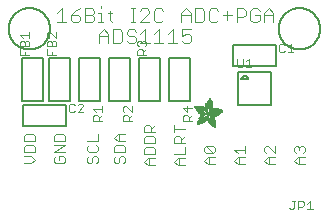
<source format=gbr>
G04 EAGLE Gerber RS-274X export*
G75*
%MOMM*%
%FSLAX34Y34*%
%LPD*%
%INSilkscreen Top*%
%IPPOS*%
%AMOC8*
5,1,8,0,0,1.08239X$1,22.5*%
G01*
%ADD10C,0.076200*%
%ADD11C,0.101600*%
%ADD12C,0.203200*%
%ADD13C,0.127000*%
%ADD14C,0.152400*%
%ADD15R,0.034300X0.003800*%
%ADD16R,0.057200X0.003800*%
%ADD17R,0.076200X0.003800*%
%ADD18R,0.091400X0.003800*%
%ADD19R,0.102900X0.003800*%
%ADD20R,0.114300X0.003900*%
%ADD21R,0.129500X0.003800*%
%ADD22R,0.137200X0.003800*%
%ADD23R,0.144800X0.003800*%
%ADD24R,0.152400X0.003800*%
%ADD25R,0.160000X0.003800*%
%ADD26R,0.171500X0.003800*%
%ADD27R,0.175300X0.003800*%
%ADD28R,0.182900X0.003800*%
%ADD29R,0.190500X0.003800*%
%ADD30R,0.194300X0.003900*%
%ADD31R,0.201900X0.003800*%
%ADD32R,0.209500X0.003800*%
%ADD33R,0.213400X0.003800*%
%ADD34R,0.221000X0.003800*%
%ADD35R,0.224800X0.003800*%
%ADD36R,0.232400X0.003800*%
%ADD37R,0.240000X0.003800*%
%ADD38R,0.243800X0.003800*%
%ADD39R,0.247600X0.003800*%
%ADD40R,0.255300X0.003900*%
%ADD41R,0.259100X0.003800*%
%ADD42R,0.262900X0.003800*%
%ADD43R,0.270500X0.003800*%
%ADD44R,0.274300X0.003800*%
%ADD45R,0.281900X0.003800*%
%ADD46R,0.285700X0.003800*%
%ADD47R,0.289500X0.003800*%
%ADD48R,0.297200X0.003800*%
%ADD49R,0.301000X0.003800*%
%ADD50R,0.304800X0.003900*%
%ADD51R,0.312400X0.003800*%
%ADD52R,0.316200X0.003800*%
%ADD53R,0.320000X0.003800*%
%ADD54R,0.327600X0.003800*%
%ADD55R,0.331500X0.003800*%
%ADD56R,0.339100X0.003800*%
%ADD57R,0.342900X0.003800*%
%ADD58R,0.346700X0.003800*%
%ADD59R,0.354300X0.003800*%
%ADD60R,0.358100X0.003900*%
%ADD61R,0.361900X0.003800*%
%ADD62R,0.369600X0.003800*%
%ADD63R,0.373400X0.003800*%
%ADD64R,0.377200X0.003800*%
%ADD65R,0.384800X0.003800*%
%ADD66R,0.388600X0.003800*%
%ADD67R,0.396200X0.003800*%
%ADD68R,0.400000X0.003800*%
%ADD69R,0.403800X0.003800*%
%ADD70R,0.411500X0.003900*%
%ADD71R,0.415300X0.003800*%
%ADD72R,0.419100X0.003800*%
%ADD73R,0.045700X0.003800*%
%ADD74R,0.426700X0.003800*%
%ADD75R,0.072400X0.003800*%
%ADD76R,0.430500X0.003800*%
%ADD77R,0.095300X0.003800*%
%ADD78R,0.438100X0.003800*%
%ADD79R,0.110500X0.003800*%
%ADD80R,0.441900X0.003800*%
%ADD81R,0.445800X0.003800*%
%ADD82R,0.144700X0.003800*%
%ADD83R,0.453400X0.003800*%
%ADD84R,0.457200X0.003800*%
%ADD85R,0.175300X0.003900*%
%ADD86R,0.461000X0.003900*%
%ADD87R,0.468600X0.003800*%
%ADD88R,0.205800X0.003800*%
%ADD89R,0.472400X0.003800*%
%ADD90R,0.217200X0.003800*%
%ADD91R,0.476200X0.003800*%
%ADD92R,0.483900X0.003800*%
%ADD93R,0.247700X0.003800*%
%ADD94R,0.487700X0.003800*%
%ADD95R,0.495300X0.003800*%
%ADD96R,0.499100X0.003800*%
%ADD97R,0.502900X0.003800*%
%ADD98R,0.510500X0.003800*%
%ADD99R,0.308600X0.003900*%
%ADD100R,0.514300X0.003900*%
%ADD101R,0.323800X0.003800*%
%ADD102R,0.518100X0.003800*%
%ADD103R,0.335300X0.003800*%
%ADD104R,0.525800X0.003800*%
%ADD105R,0.529600X0.003800*%
%ADD106R,0.358100X0.003800*%
%ADD107R,0.533400X0.003800*%
%ADD108R,0.537200X0.003800*%
%ADD109R,0.381000X0.003800*%
%ADD110R,0.544800X0.003800*%
%ADD111R,0.392400X0.003800*%
%ADD112R,0.548600X0.003800*%
%ADD113R,0.552400X0.003800*%
%ADD114R,0.556200X0.003800*%
%ADD115R,0.422900X0.003900*%
%ADD116R,0.560100X0.003900*%
%ADD117R,0.434300X0.003800*%
%ADD118R,0.563900X0.003800*%
%ADD119R,0.567700X0.003800*%
%ADD120R,0.461000X0.003800*%
%ADD121R,0.571500X0.003800*%
%ADD122R,0.575300X0.003800*%
%ADD123R,0.480100X0.003800*%
%ADD124R,0.579100X0.003800*%
%ADD125R,0.491500X0.003800*%
%ADD126R,0.582900X0.003800*%
%ADD127R,0.586700X0.003800*%
%ADD128R,0.510600X0.003800*%
%ADD129R,0.590500X0.003800*%
%ADD130R,0.522000X0.003800*%
%ADD131R,0.594300X0.003800*%
%ADD132R,0.533400X0.003900*%
%ADD133R,0.598200X0.003900*%
%ADD134R,0.541000X0.003800*%
%ADD135R,0.602000X0.003800*%
%ADD136R,0.552500X0.003800*%
%ADD137R,0.605800X0.003800*%
%ADD138R,0.560100X0.003800*%
%ADD139R,0.609600X0.003800*%
%ADD140R,0.613400X0.003800*%
%ADD141R,0.583000X0.003800*%
%ADD142R,0.617200X0.003800*%
%ADD143R,0.594400X0.003800*%
%ADD144R,0.621000X0.003800*%
%ADD145R,0.598200X0.003800*%
%ADD146R,0.624800X0.003800*%
%ADD147R,0.613500X0.003900*%
%ADD148R,0.628600X0.003900*%
%ADD149R,0.632400X0.003800*%
%ADD150R,0.628600X0.003800*%
%ADD151R,0.636300X0.003800*%
%ADD152R,0.640100X0.003800*%
%ADD153R,0.636200X0.003800*%
%ADD154R,0.643900X0.003800*%
%ADD155R,0.647700X0.003800*%
%ADD156R,0.651500X0.003800*%
%ADD157R,0.659100X0.003800*%
%ADD158R,0.659100X0.003900*%
%ADD159R,0.655300X0.003900*%
%ADD160R,0.662900X0.003800*%
%ADD161R,0.655300X0.003800*%
%ADD162R,0.670500X0.003800*%
%ADD163R,0.670600X0.003800*%
%ADD164R,0.674400X0.003800*%
%ADD165R,0.682000X0.003800*%
%ADD166R,0.666700X0.003800*%
%ADD167R,0.685800X0.003800*%
%ADD168R,0.689600X0.003800*%
%ADD169R,0.693400X0.003900*%
%ADD170R,0.674400X0.003900*%
%ADD171R,0.697200X0.003800*%
%ADD172R,0.678200X0.003800*%
%ADD173R,0.697300X0.003800*%
%ADD174R,0.701100X0.003800*%
%ADD175R,0.704900X0.003800*%
%ADD176R,0.708700X0.003800*%
%ADD177R,0.712500X0.003800*%
%ADD178R,0.716300X0.003800*%
%ADD179R,0.720100X0.003900*%
%ADD180R,0.689600X0.003900*%
%ADD181R,0.720000X0.003800*%
%ADD182R,0.693400X0.003800*%
%ADD183R,0.723900X0.003800*%
%ADD184R,0.727700X0.003800*%
%ADD185R,0.731500X0.003800*%
%ADD186R,0.701000X0.003800*%
%ADD187R,0.735300X0.003800*%
%ADD188R,0.731500X0.003900*%
%ADD189R,0.701000X0.003900*%
%ADD190R,0.704800X0.003800*%
%ADD191R,0.739100X0.003800*%
%ADD192R,0.743000X0.003800*%
%ADD193R,0.739200X0.003800*%
%ADD194R,0.743000X0.003900*%
%ADD195R,0.704800X0.003900*%
%ADD196R,0.746800X0.003800*%
%ADD197R,0.746800X0.003900*%
%ADD198R,0.742900X0.003800*%
%ADD199R,0.746700X0.003800*%
%ADD200R,0.746700X0.003900*%
%ADD201R,1.428800X0.003800*%
%ADD202R,1.424900X0.003800*%
%ADD203R,1.421100X0.003900*%
%ADD204R,1.421100X0.003800*%
%ADD205R,1.417300X0.003800*%
%ADD206R,1.413500X0.003800*%
%ADD207R,1.409700X0.003800*%
%ADD208R,1.405900X0.003800*%
%ADD209R,1.402100X0.003800*%
%ADD210R,1.398300X0.003800*%
%ADD211R,0.983000X0.003900*%
%ADD212R,0.384800X0.003900*%
%ADD213R,0.971600X0.003800*%
%ADD214R,0.963900X0.003800*%
%ADD215R,0.956300X0.003800*%
%ADD216R,0.365800X0.003800*%
%ADD217R,0.952500X0.003800*%
%ADD218R,0.941000X0.003800*%
%ADD219R,0.358200X0.003800*%
%ADD220R,0.937200X0.003800*%
%ADD221R,0.933400X0.003800*%
%ADD222R,0.354400X0.003800*%
%ADD223R,0.925800X0.003800*%
%ADD224R,0.350500X0.003800*%
%ADD225R,0.922000X0.003800*%
%ADD226R,0.918200X0.003900*%
%ADD227R,0.346700X0.003900*%
%ADD228R,0.910600X0.003800*%
%ADD229R,0.906800X0.003800*%
%ADD230R,0.903000X0.003800*%
%ADD231R,0.339000X0.003800*%
%ADD232R,0.895300X0.003800*%
%ADD233R,0.335200X0.003800*%
%ADD234R,0.887700X0.003800*%
%ADD235R,0.883900X0.003800*%
%ADD236R,0.331400X0.003800*%
%ADD237R,0.880100X0.003800*%
%ADD238R,0.876300X0.003800*%
%ADD239R,0.468600X0.003900*%
%ADD240R,0.396200X0.003900*%
%ADD241R,0.323800X0.003900*%
%ADD242R,0.449600X0.003800*%
%ADD243R,0.323900X0.003800*%
%ADD244R,0.442000X0.003800*%
%ADD245R,0.434400X0.003800*%
%ADD246R,0.320100X0.003800*%
%ADD247R,0.316300X0.003800*%
%ADD248R,0.426800X0.003800*%
%ADD249R,0.327700X0.003800*%
%ADD250R,0.312500X0.003800*%
%ADD251R,0.422900X0.003800*%
%ADD252R,0.308600X0.003800*%
%ADD253R,0.293400X0.003800*%
%ADD254R,0.304800X0.003800*%
%ADD255R,0.419100X0.003900*%
%ADD256R,0.285700X0.003900*%
%ADD257R,0.301000X0.003900*%
%ADD258R,0.411500X0.003800*%
%ADD259R,0.407700X0.003800*%
%ADD260R,0.289600X0.003800*%
%ADD261R,0.285800X0.003800*%
%ADD262R,0.403900X0.003800*%
%ADD263R,0.228600X0.003800*%
%ADD264R,0.403900X0.003900*%
%ADD265R,0.221000X0.003900*%
%ADD266R,0.278100X0.003900*%
%ADD267R,0.400100X0.003800*%
%ADD268R,0.209600X0.003800*%
%ADD269R,0.266700X0.003800*%
%ADD270R,0.038100X0.003800*%
%ADD271R,0.194300X0.003800*%
%ADD272R,0.148600X0.003800*%
%ADD273R,0.259000X0.003800*%
%ADD274R,0.182800X0.003800*%
%ADD275R,0.186700X0.003800*%
%ADD276R,0.251400X0.003800*%
%ADD277R,0.179100X0.003800*%
%ADD278R,0.236200X0.003800*%
%ADD279R,0.243900X0.003900*%
%ADD280R,0.282000X0.003900*%
%ADD281R,0.167700X0.003800*%
%ADD282R,0.236300X0.003800*%
%ADD283R,0.396300X0.003800*%
%ADD284R,0.163900X0.003800*%
%ADD285R,0.392500X0.003800*%
%ADD286R,0.160100X0.003800*%
%ADD287R,0.586800X0.003800*%
%ADD288R,0.148500X0.003800*%
%ADD289R,0.140900X0.003800*%
%ADD290R,0.392400X0.003900*%
%ADD291R,0.140900X0.003900*%
%ADD292R,0.647700X0.003900*%
%ADD293R,0.133300X0.003800*%
%ADD294R,0.674300X0.003800*%
%ADD295R,0.388700X0.003800*%
%ADD296R,0.125700X0.003800*%
%ADD297R,0.121900X0.003800*%
%ADD298R,0.720100X0.003800*%
%ADD299R,0.118100X0.003800*%
%ADD300R,0.118100X0.003900*%
%ADD301R,0.739100X0.003900*%
%ADD302R,0.114300X0.003800*%
%ADD303R,0.754400X0.003800*%
%ADD304R,0.765800X0.003800*%
%ADD305R,0.773400X0.003800*%
%ADD306R,0.784800X0.003800*%
%ADD307R,0.118200X0.003800*%
%ADD308R,0.792500X0.003800*%
%ADD309R,0.803900X0.003800*%
%ADD310R,0.122000X0.003800*%
%ADD311R,0.815400X0.003800*%
%ADD312R,0.125800X0.003800*%
%ADD313R,0.826800X0.003800*%
%ADD314R,0.369500X0.003900*%
%ADD315R,0.133400X0.003900*%
%ADD316R,0.842000X0.003900*%
%ADD317R,0.365700X0.003800*%
%ADD318R,1.009700X0.003800*%
%ADD319R,1.013500X0.003800*%
%ADD320R,0.362000X0.003800*%
%ADD321R,1.024900X0.003800*%
%ADD322R,1.028700X0.003800*%
%ADD323R,1.036300X0.003800*%
%ADD324R,1.047800X0.003800*%
%ADD325R,1.055400X0.003800*%
%ADD326R,1.070600X0.003800*%
%ADD327R,0.030500X0.003800*%
%ADD328R,1.436400X0.003800*%
%ADD329R,1.562100X0.003900*%
%ADD330R,1.588700X0.003800*%
%ADD331R,1.607800X0.003800*%
%ADD332R,1.626900X0.003800*%
%ADD333R,1.642100X0.003800*%
%ADD334R,1.657400X0.003800*%
%ADD335R,1.676400X0.003800*%
%ADD336R,1.687800X0.003800*%
%ADD337R,1.703000X0.003800*%
%ADD338R,1.714500X0.003800*%
%ADD339R,1.726000X0.003900*%
%ADD340R,1.741200X0.003800*%
%ADD341R,0.914400X0.003800*%
%ADD342R,0.769600X0.003800*%
%ADD343R,0.884000X0.003800*%
%ADD344R,0.712400X0.003800*%
%ADD345R,0.880100X0.003900*%
%ADD346R,0.887800X0.003800*%
%ADD347R,0.891600X0.003800*%
%ADD348R,0.895400X0.003800*%
%ADD349R,0.251500X0.003800*%
%ADD350R,0.579200X0.003900*%
%ADD351R,0.243900X0.003800*%
%ADD352R,0.556300X0.003800*%
%ADD353R,0.255200X0.003800*%
%ADD354R,0.529500X0.003800*%
%ADD355R,0.731600X0.003800*%
%ADD356R,0.525800X0.003900*%
%ADD357R,0.281900X0.003900*%
%ADD358R,0.735400X0.003900*%
%ADD359R,0.300900X0.003800*%
%ADD360R,0.762000X0.003800*%
%ADD361R,0.518200X0.003800*%
%ADD362R,0.350600X0.003800*%
%ADD363R,0.796300X0.003800*%
%ADD364R,0.807800X0.003800*%
%ADD365R,0.506700X0.003800*%
%ADD366R,0.849600X0.003800*%
%ADD367R,0.506700X0.003900*%
%ADD368R,1.371600X0.003900*%
%ADD369R,1.207800X0.003800*%
%ADD370R,0.503000X0.003800*%
%ADD371R,0.141000X0.003800*%
%ADD372R,1.203900X0.003800*%
%ADD373R,1.204000X0.003800*%
%ADD374R,1.200200X0.003800*%
%ADD375R,0.499100X0.003900*%
%ADD376R,0.156200X0.003900*%
%ADD377R,1.196400X0.003900*%
%ADD378R,1.196400X0.003800*%
%ADD379R,0.163800X0.003800*%
%ADD380R,0.167600X0.003800*%
%ADD381R,1.192500X0.003800*%
%ADD382R,0.499200X0.003800*%
%ADD383R,1.188700X0.003800*%
%ADD384R,0.506800X0.003800*%
%ADD385R,1.184900X0.003800*%
%ADD386R,0.510600X0.003900*%
%ADD387R,0.209600X0.003900*%
%ADD388R,1.181100X0.003900*%
%ADD389R,0.514400X0.003800*%
%ADD390R,1.181100X0.003800*%
%ADD391R,1.177300X0.003800*%
%ADD392R,0.240100X0.003800*%
%ADD393R,1.173500X0.003800*%
%ADD394R,1.169700X0.003800*%
%ADD395R,1.165900X0.003800*%
%ADD396R,1.162100X0.003800*%
%ADD397R,0.929700X0.003900*%
%ADD398R,1.162100X0.003900*%
%ADD399R,0.929700X0.003800*%
%ADD400R,1.154500X0.003800*%
%ADD401R,0.933500X0.003800*%
%ADD402R,1.150600X0.003800*%
%ADD403R,0.937300X0.003800*%
%ADD404R,1.146800X0.003800*%
%ADD405R,0.941100X0.003800*%
%ADD406R,1.139200X0.003800*%
%ADD407R,0.944900X0.003800*%
%ADD408R,1.135400X0.003800*%
%ADD409R,0.948700X0.003800*%
%ADD410R,1.127800X0.003800*%
%ADD411R,1.124000X0.003800*%
%ADD412R,1.116400X0.003800*%
%ADD413R,0.956300X0.003900*%
%ADD414R,1.104900X0.003900*%
%ADD415R,0.960100X0.003800*%
%ADD416R,1.093500X0.003800*%
%ADD417R,1.085900X0.003800*%
%ADD418R,0.967800X0.003800*%
%ADD419R,1.074500X0.003800*%
%ADD420R,1.063000X0.003800*%
%ADD421R,0.975400X0.003800*%
%ADD422R,1.036400X0.003800*%
%ADD423R,0.979200X0.003800*%
%ADD424R,1.021000X0.003800*%
%ADD425R,0.983000X0.003800*%
%ADD426R,1.009600X0.003800*%
%ADD427R,0.986800X0.003800*%
%ADD428R,0.998200X0.003800*%
%ADD429R,0.990600X0.003900*%
%ADD430R,0.986700X0.003900*%
%ADD431R,0.994400X0.003800*%
%ADD432R,0.975300X0.003800*%
%ADD433R,0.948600X0.003800*%
%ADD434R,1.002000X0.003800*%
%ADD435R,0.213300X0.003800*%
%ADD436R,0.217100X0.003800*%
%ADD437R,1.017300X0.003800*%
%ADD438R,0.666800X0.003800*%
%ADD439R,0.220900X0.003800*%
%ADD440R,1.028700X0.003900*%
%ADD441R,0.224700X0.003900*%
%ADD442R,1.032500X0.003800*%
%ADD443R,1.040100X0.003800*%
%ADD444R,1.043900X0.003800*%
%ADD445R,0.548700X0.003800*%
%ADD446R,1.051500X0.003800*%
%ADD447R,1.055300X0.003800*%
%ADD448R,1.059100X0.003800*%
%ADD449R,1.062900X0.003800*%
%ADD450R,0.255300X0.003800*%
%ADD451R,1.066800X0.003900*%
%ADD452R,0.259100X0.003900*%
%ADD453R,0.457200X0.003900*%
%ADD454R,0.423000X0.003800*%
%ADD455R,1.082100X0.003800*%
%ADD456R,0.274400X0.003800*%
%ADD457R,0.278200X0.003800*%
%ADD458R,1.101100X0.003800*%
%ADD459R,0.278100X0.003800*%
%ADD460R,0.876300X0.003900*%
%ADD461R,0.236200X0.003900*%
%ADD462R,0.289600X0.003900*%
%ADD463R,0.247700X0.003900*%
%ADD464R,0.049500X0.003800*%
%ADD465R,0.640100X0.003900*%
%ADD466R,0.659200X0.003800*%
%ADD467R,0.663000X0.003800*%
%ADD468R,0.872500X0.003900*%
%ADD469R,0.666800X0.003900*%
%ADD470R,0.872500X0.003800*%
%ADD471R,0.868700X0.003800*%
%ADD472R,0.864900X0.003800*%
%ADD473R,0.861100X0.003800*%
%ADD474R,0.857300X0.003800*%
%ADD475R,0.853400X0.003800*%
%ADD476R,0.845800X0.003800*%
%ADD477R,0.682000X0.003900*%
%ADD478R,0.842000X0.003800*%
%ADD479R,0.834400X0.003800*%
%ADD480R,0.823000X0.003800*%
%ADD481R,0.815300X0.003800*%
%ADD482R,0.811500X0.003800*%
%ADD483R,0.788700X0.003800*%
%ADD484R,0.777300X0.003900*%
%ADD485R,0.750600X0.003800*%
%ADD486R,0.735400X0.003800*%
%ADD487R,0.727800X0.003800*%
%ADD488R,0.628700X0.003800*%
%ADD489R,0.575400X0.003800*%
%ADD490R,0.670600X0.003900*%
%ADD491R,0.655400X0.003800*%
%ADD492R,0.651500X0.003900*%
%ADD493R,0.624800X0.003900*%
%ADD494R,0.594400X0.003900*%
%ADD495R,0.563900X0.003900*%
%ADD496R,0.541100X0.003800*%
%ADD497R,0.537300X0.003800*%
%ADD498R,0.525700X0.003800*%
%ADD499R,0.525700X0.003900*%
%ADD500R,0.514300X0.003800*%
%ADD501R,0.480100X0.003900*%
%ADD502R,0.464800X0.003800*%
%ADD503R,0.442000X0.003900*%
%ADD504R,0.438200X0.003800*%
%ADD505R,0.430600X0.003800*%
%ADD506R,0.407600X0.003800*%
%ADD507R,0.403800X0.003900*%
%ADD508R,0.365700X0.003900*%
%ADD509R,0.327700X0.003900*%
%ADD510R,0.243800X0.003900*%
%ADD511R,0.205800X0.003900*%
%ADD512R,0.198100X0.003800*%
%ADD513R,0.163800X0.003900*%
%ADD514R,0.137100X0.003800*%
%ADD515R,0.091500X0.003900*%
%ADD516R,0.060900X0.003800*%


D10*
X258699Y29931D02*
X252428Y29931D01*
X249293Y33066D01*
X252428Y36201D01*
X258699Y36201D01*
X253996Y36201D02*
X253996Y29931D01*
X250861Y39286D02*
X249293Y40853D01*
X249293Y43989D01*
X250861Y45557D01*
X252428Y45557D01*
X253996Y43989D01*
X253996Y42421D01*
X253996Y43989D02*
X255564Y45557D01*
X257131Y45557D01*
X258699Y43989D01*
X258699Y40853D01*
X257131Y39286D01*
X233299Y29931D02*
X227028Y29931D01*
X223893Y33066D01*
X227028Y36201D01*
X233299Y36201D01*
X228596Y36201D02*
X228596Y29931D01*
X233299Y39286D02*
X233299Y45557D01*
X233299Y39286D02*
X227028Y45557D01*
X225461Y45557D01*
X223893Y43989D01*
X223893Y40853D01*
X225461Y39286D01*
X207899Y29931D02*
X201628Y29931D01*
X198493Y33066D01*
X201628Y36201D01*
X207899Y36201D01*
X203196Y36201D02*
X203196Y29931D01*
X201628Y39286D02*
X198493Y42421D01*
X207899Y42421D01*
X207899Y39286D02*
X207899Y45557D01*
X182499Y29931D02*
X176228Y29931D01*
X173093Y33066D01*
X176228Y36201D01*
X182499Y36201D01*
X177796Y36201D02*
X177796Y29931D01*
X180931Y39286D02*
X174661Y39286D01*
X173093Y40853D01*
X173093Y43989D01*
X174661Y45557D01*
X180931Y45557D01*
X182499Y43989D01*
X182499Y40853D01*
X180931Y39286D01*
X174661Y45557D01*
X157099Y29000D02*
X150828Y29000D01*
X147693Y32136D01*
X150828Y35271D01*
X157099Y35271D01*
X152396Y35271D02*
X152396Y29000D01*
X147693Y38355D02*
X157099Y38355D01*
X157099Y44626D01*
X157099Y47711D02*
X147693Y47711D01*
X147693Y52414D01*
X149261Y53981D01*
X152396Y53981D01*
X153964Y52414D01*
X153964Y47711D01*
X153964Y50846D02*
X157099Y53981D01*
X157099Y60201D02*
X147693Y60201D01*
X147693Y57066D02*
X147693Y63336D01*
X131699Y29000D02*
X125428Y29000D01*
X122293Y32136D01*
X125428Y35271D01*
X131699Y35271D01*
X126996Y35271D02*
X126996Y29000D01*
X122293Y38355D02*
X131699Y38355D01*
X131699Y43058D01*
X130131Y44626D01*
X123861Y44626D01*
X122293Y43058D01*
X122293Y38355D01*
X122293Y47711D02*
X131699Y47711D01*
X131699Y52414D01*
X130131Y53981D01*
X123861Y53981D01*
X122293Y52414D01*
X122293Y47711D01*
X122293Y57066D02*
X131699Y57066D01*
X122293Y57066D02*
X122293Y61769D01*
X123861Y63336D01*
X126996Y63336D01*
X128564Y61769D01*
X128564Y57066D01*
X128564Y60201D02*
X131699Y63336D01*
X98461Y37006D02*
X96893Y35438D01*
X96893Y32303D01*
X98461Y30735D01*
X100028Y30735D01*
X101596Y32303D01*
X101596Y35438D01*
X103164Y37006D01*
X104731Y37006D01*
X106299Y35438D01*
X106299Y32303D01*
X104731Y30735D01*
X106299Y40091D02*
X96893Y40091D01*
X106299Y40091D02*
X106299Y44794D01*
X104731Y46361D01*
X98461Y46361D01*
X96893Y44794D01*
X96893Y40091D01*
X100028Y49446D02*
X106299Y49446D01*
X100028Y49446D02*
X96893Y52581D01*
X100028Y55717D01*
X106299Y55717D01*
X101596Y55717D02*
X101596Y49446D01*
X75601Y37006D02*
X74033Y35438D01*
X74033Y32303D01*
X75601Y30735D01*
X77168Y30735D01*
X78736Y32303D01*
X78736Y35438D01*
X80304Y37006D01*
X81871Y37006D01*
X83439Y35438D01*
X83439Y32303D01*
X81871Y30735D01*
X74033Y44794D02*
X75601Y46361D01*
X74033Y44794D02*
X74033Y41658D01*
X75601Y40091D01*
X81871Y40091D01*
X83439Y41658D01*
X83439Y44794D01*
X81871Y46361D01*
X83439Y49446D02*
X74033Y49446D01*
X83439Y49446D02*
X83439Y55717D01*
X47661Y37006D02*
X46093Y35438D01*
X46093Y32303D01*
X47661Y30735D01*
X53931Y30735D01*
X55499Y32303D01*
X55499Y35438D01*
X53931Y37006D01*
X50796Y37006D01*
X50796Y33871D01*
X55499Y40091D02*
X46093Y40091D01*
X55499Y46361D01*
X46093Y46361D01*
X46093Y49446D02*
X55499Y49446D01*
X55499Y54149D01*
X53931Y55717D01*
X47661Y55717D01*
X46093Y54149D01*
X46093Y49446D01*
X26964Y30735D02*
X20693Y30735D01*
X26964Y30735D02*
X30099Y33871D01*
X26964Y37006D01*
X20693Y37006D01*
X20693Y40091D02*
X30099Y40091D01*
X30099Y44794D01*
X28531Y46361D01*
X22261Y46361D01*
X20693Y44794D01*
X20693Y40091D01*
X20693Y49446D02*
X30099Y49446D01*
X30099Y54149D01*
X28531Y55717D01*
X22261Y55717D01*
X20693Y54149D01*
X20693Y49446D01*
D11*
X84328Y132588D02*
X84328Y140384D01*
X88226Y144282D01*
X92124Y140384D01*
X92124Y132588D01*
X92124Y138435D02*
X84328Y138435D01*
X96022Y144282D02*
X96022Y132588D01*
X101869Y132588D01*
X103818Y134537D01*
X103818Y142333D01*
X101869Y144282D01*
X96022Y144282D01*
X113563Y144282D02*
X115512Y142333D01*
X113563Y144282D02*
X109665Y144282D01*
X107716Y142333D01*
X107716Y140384D01*
X109665Y138435D01*
X113563Y138435D01*
X115512Y136486D01*
X115512Y134537D01*
X113563Y132588D01*
X109665Y132588D01*
X107716Y134537D01*
X119410Y140384D02*
X123308Y144282D01*
X123308Y132588D01*
X119410Y132588D02*
X127206Y132588D01*
X131104Y140384D02*
X135002Y144282D01*
X135002Y132588D01*
X131104Y132588D02*
X138900Y132588D01*
X142798Y140384D02*
X146696Y144282D01*
X146696Y132588D01*
X142798Y132588D02*
X150594Y132588D01*
X154492Y144282D02*
X162288Y144282D01*
X154492Y144282D02*
X154492Y138435D01*
X158390Y140384D01*
X160339Y140384D01*
X162288Y138435D01*
X162288Y134537D01*
X160339Y132588D01*
X156441Y132588D01*
X154492Y134537D01*
X52666Y162062D02*
X48768Y158164D01*
X52666Y162062D02*
X52666Y150368D01*
X48768Y150368D02*
X56564Y150368D01*
X64360Y160113D02*
X68258Y162062D01*
X64360Y160113D02*
X60462Y156215D01*
X60462Y152317D01*
X62411Y150368D01*
X66309Y150368D01*
X68258Y152317D01*
X68258Y154266D01*
X66309Y156215D01*
X60462Y156215D01*
X72156Y150368D02*
X72156Y162062D01*
X78003Y162062D01*
X79952Y160113D01*
X79952Y158164D01*
X78003Y156215D01*
X79952Y154266D01*
X79952Y152317D01*
X78003Y150368D01*
X72156Y150368D01*
X72156Y156215D02*
X78003Y156215D01*
X83850Y158164D02*
X85799Y158164D01*
X85799Y150368D01*
X83850Y150368D02*
X87748Y150368D01*
X85799Y162062D02*
X85799Y164011D01*
X93595Y160113D02*
X93595Y152317D01*
X95544Y150368D01*
X95544Y158164D02*
X91646Y158164D01*
X111136Y150368D02*
X115034Y150368D01*
X113085Y150368D02*
X113085Y162062D01*
X111136Y162062D02*
X115034Y162062D01*
X118932Y150368D02*
X126728Y150368D01*
X118932Y150368D02*
X126728Y158164D01*
X126728Y160113D01*
X124779Y162062D01*
X120881Y162062D01*
X118932Y160113D01*
X136473Y162062D02*
X138422Y160113D01*
X136473Y162062D02*
X132575Y162062D01*
X130626Y160113D01*
X130626Y152317D01*
X132575Y150368D01*
X136473Y150368D01*
X138422Y152317D01*
X154014Y150368D02*
X154014Y158164D01*
X157912Y162062D01*
X161810Y158164D01*
X161810Y150368D01*
X161810Y156215D02*
X154014Y156215D01*
X165708Y162062D02*
X165708Y150368D01*
X171555Y150368D01*
X173504Y152317D01*
X173504Y160113D01*
X171555Y162062D01*
X165708Y162062D01*
X183249Y162062D02*
X185198Y160113D01*
X183249Y162062D02*
X179351Y162062D01*
X177402Y160113D01*
X177402Y152317D01*
X179351Y150368D01*
X183249Y150368D01*
X185198Y152317D01*
X189096Y156215D02*
X196892Y156215D01*
X192994Y160113D02*
X192994Y152317D01*
X200790Y150368D02*
X200790Y162062D01*
X206637Y162062D01*
X208586Y160113D01*
X208586Y156215D01*
X206637Y154266D01*
X200790Y154266D01*
X218331Y162062D02*
X220280Y160113D01*
X218331Y162062D02*
X214433Y162062D01*
X212484Y160113D01*
X212484Y152317D01*
X214433Y150368D01*
X218331Y150368D01*
X220280Y152317D01*
X220280Y156215D01*
X216382Y156215D01*
X224178Y158164D02*
X224178Y150368D01*
X224178Y158164D02*
X228075Y162062D01*
X231973Y158164D01*
X231973Y150368D01*
X231973Y156215D02*
X224178Y156215D01*
D12*
X229900Y107980D02*
X229900Y79980D01*
X201900Y79980D01*
X201900Y107980D01*
X229900Y107980D01*
X210900Y101980D02*
X210898Y102088D01*
X210892Y102196D01*
X210882Y102304D01*
X210869Y102412D01*
X210851Y102519D01*
X210830Y102625D01*
X210805Y102730D01*
X210776Y102835D01*
X210743Y102938D01*
X210707Y103040D01*
X210666Y103141D01*
X210623Y103240D01*
X210575Y103337D01*
X210525Y103433D01*
X210471Y103527D01*
X210413Y103618D01*
X210352Y103708D01*
X210288Y103796D01*
X210221Y103881D01*
X210151Y103963D01*
X210078Y104043D01*
X210002Y104120D01*
X209923Y104195D01*
X209842Y104266D01*
X209758Y104335D01*
X209672Y104401D01*
X209584Y104463D01*
X209493Y104522D01*
X209400Y104578D01*
X209305Y104631D01*
X209209Y104680D01*
X209110Y104725D01*
X209010Y104767D01*
X208909Y104805D01*
X208806Y104840D01*
X208703Y104871D01*
X208598Y104898D01*
X208492Y104921D01*
X208385Y104940D01*
X208278Y104956D01*
X208170Y104968D01*
X208062Y104976D01*
X207954Y104980D01*
X207846Y104980D01*
X207738Y104976D01*
X207630Y104968D01*
X207522Y104956D01*
X207415Y104940D01*
X207308Y104921D01*
X207202Y104898D01*
X207097Y104871D01*
X206994Y104840D01*
X206891Y104805D01*
X206790Y104767D01*
X206690Y104725D01*
X206591Y104680D01*
X206495Y104631D01*
X206400Y104578D01*
X206307Y104522D01*
X206216Y104463D01*
X206128Y104401D01*
X206042Y104335D01*
X205958Y104266D01*
X205877Y104195D01*
X205798Y104120D01*
X205722Y104043D01*
X205649Y103963D01*
X205579Y103881D01*
X205512Y103796D01*
X205448Y103708D01*
X205387Y103618D01*
X205329Y103527D01*
X205275Y103433D01*
X205225Y103337D01*
X205177Y103240D01*
X205134Y103141D01*
X205093Y103040D01*
X205057Y102938D01*
X205024Y102835D01*
X204995Y102730D01*
X204970Y102625D01*
X204949Y102519D01*
X204931Y102412D01*
X204918Y102304D01*
X204908Y102196D01*
X204902Y102088D01*
X204900Y101980D01*
X210900Y101980D01*
D10*
X201041Y113370D02*
X201041Y119513D01*
X201041Y113370D02*
X202270Y112141D01*
X204727Y112141D01*
X205956Y113370D01*
X205956Y119513D01*
X208525Y117056D02*
X210983Y119513D01*
X210983Y112141D01*
X213440Y112141D02*
X208525Y112141D01*
D13*
X233900Y112920D02*
X233900Y130920D01*
X233900Y112920D02*
X197900Y112920D01*
X197900Y130920D01*
X233900Y130920D01*
D10*
X240287Y132213D02*
X241516Y130985D01*
X240287Y132213D02*
X237830Y132213D01*
X236601Y130985D01*
X236601Y126070D01*
X237830Y124841D01*
X240287Y124841D01*
X241516Y126070D01*
X244085Y129756D02*
X246543Y132213D01*
X246543Y124841D01*
X249000Y124841D02*
X244085Y124841D01*
D13*
X85200Y83600D02*
X67200Y83600D01*
X67200Y119600D01*
X85200Y119600D01*
X85200Y83600D01*
D10*
X86487Y66693D02*
X79115Y66693D01*
X79115Y70379D01*
X80343Y71608D01*
X82801Y71608D01*
X84030Y70379D01*
X84030Y66693D01*
X84030Y69150D02*
X86487Y71608D01*
X81572Y74177D02*
X79115Y76634D01*
X86487Y76634D01*
X86487Y74177D02*
X86487Y79092D01*
D13*
X92600Y83600D02*
X110600Y83600D01*
X92600Y83600D02*
X92600Y119600D01*
X110600Y119600D01*
X110600Y83600D01*
D10*
X111887Y66693D02*
X104515Y66693D01*
X104515Y70379D01*
X105743Y71608D01*
X108201Y71608D01*
X109430Y70379D01*
X109430Y66693D01*
X109430Y69150D02*
X111887Y71608D01*
X111887Y74177D02*
X111887Y79092D01*
X111887Y74177D02*
X106972Y79092D01*
X105743Y79092D01*
X104515Y77863D01*
X104515Y75406D01*
X105743Y74177D01*
D13*
X118000Y119600D02*
X136000Y119600D01*
X136000Y83600D01*
X118000Y83600D01*
X118000Y119600D01*
D10*
X116707Y122301D02*
X124079Y122301D01*
X116707Y122301D02*
X116707Y125987D01*
X117935Y127216D01*
X120393Y127216D01*
X121622Y125987D01*
X121622Y122301D01*
X121622Y124758D02*
X124079Y127216D01*
X117935Y129785D02*
X116707Y131014D01*
X116707Y133471D01*
X117935Y134700D01*
X119164Y134700D01*
X120393Y133471D01*
X120393Y132243D01*
X120393Y133471D02*
X121622Y134700D01*
X122850Y134700D01*
X124079Y133471D01*
X124079Y131014D01*
X122850Y129785D01*
D13*
X143400Y83600D02*
X161400Y83600D01*
X143400Y83600D02*
X143400Y119600D01*
X161400Y119600D01*
X161400Y83600D01*
D10*
X162687Y66693D02*
X155315Y66693D01*
X155315Y70379D01*
X156543Y71608D01*
X159001Y71608D01*
X160230Y70379D01*
X160230Y66693D01*
X160230Y69150D02*
X162687Y71608D01*
X162687Y77863D02*
X155315Y77863D01*
X159001Y74177D01*
X159001Y79092D01*
X245391Y-7026D02*
X246619Y-8255D01*
X247848Y-8255D01*
X249077Y-7026D01*
X249077Y-883D01*
X250305Y-883D02*
X247848Y-883D01*
X252875Y-883D02*
X252875Y-8255D01*
X252875Y-883D02*
X256561Y-883D01*
X257790Y-2111D01*
X257790Y-4569D01*
X256561Y-5798D01*
X252875Y-5798D01*
X260359Y-3340D02*
X262816Y-883D01*
X262816Y-8255D01*
X260359Y-8255D02*
X265274Y-8255D01*
D13*
X36940Y119600D02*
X18940Y119600D01*
X36940Y119600D02*
X36940Y83600D01*
X18940Y83600D01*
X18940Y119600D01*
D10*
X17647Y122301D02*
X25019Y122301D01*
X17647Y122301D02*
X17647Y127216D01*
X21333Y124758D02*
X21333Y122301D01*
X25019Y129785D02*
X17647Y129785D01*
X17647Y133471D01*
X18875Y134700D01*
X20104Y134700D01*
X21333Y133471D01*
X22562Y134700D01*
X23790Y134700D01*
X25019Y133471D01*
X25019Y129785D01*
X21333Y129785D02*
X21333Y133471D01*
X20104Y137269D02*
X17647Y139727D01*
X25019Y139727D01*
X25019Y142184D02*
X25019Y137269D01*
D13*
X41800Y119600D02*
X59800Y119600D01*
X59800Y83600D01*
X41800Y83600D01*
X41800Y119600D01*
D10*
X40507Y122301D02*
X47879Y122301D01*
X40507Y122301D02*
X40507Y127216D01*
X44193Y124758D02*
X44193Y122301D01*
X47879Y129785D02*
X40507Y129785D01*
X40507Y133471D01*
X41735Y134700D01*
X42964Y134700D01*
X44193Y133471D01*
X45422Y134700D01*
X46650Y134700D01*
X47879Y133471D01*
X47879Y129785D01*
X44193Y129785D02*
X44193Y133471D01*
X47879Y137269D02*
X47879Y142184D01*
X47879Y137269D02*
X42964Y142184D01*
X41735Y142184D01*
X40507Y140955D01*
X40507Y138498D01*
X41735Y137269D01*
D13*
X56100Y80120D02*
X56100Y62120D01*
X20100Y62120D01*
X20100Y80120D01*
X56100Y80120D01*
D10*
X62487Y81413D02*
X63716Y80185D01*
X62487Y81413D02*
X60030Y81413D01*
X58801Y80185D01*
X58801Y75270D01*
X60030Y74041D01*
X62487Y74041D01*
X63716Y75270D01*
X66285Y74041D02*
X71200Y74041D01*
X66285Y74041D02*
X71200Y78956D01*
X71200Y80185D01*
X69971Y81413D01*
X67514Y81413D01*
X66285Y80185D01*
D14*
X236500Y144780D02*
X236505Y145209D01*
X236521Y145639D01*
X236547Y146067D01*
X236584Y146495D01*
X236632Y146922D01*
X236689Y147348D01*
X236758Y147772D01*
X236836Y148194D01*
X236925Y148614D01*
X237024Y149032D01*
X237134Y149447D01*
X237254Y149860D01*
X237383Y150269D01*
X237523Y150676D01*
X237673Y151078D01*
X237832Y151477D01*
X238001Y151872D01*
X238180Y152262D01*
X238369Y152648D01*
X238566Y153029D01*
X238773Y153406D01*
X238990Y153777D01*
X239215Y154142D01*
X239449Y154502D01*
X239692Y154857D01*
X239944Y155205D01*
X240204Y155547D01*
X240472Y155882D01*
X240749Y156211D01*
X241033Y156532D01*
X241326Y156847D01*
X241626Y157154D01*
X241933Y157454D01*
X242248Y157747D01*
X242569Y158031D01*
X242898Y158308D01*
X243233Y158576D01*
X243575Y158836D01*
X243923Y159088D01*
X244278Y159331D01*
X244638Y159565D01*
X245003Y159790D01*
X245374Y160007D01*
X245751Y160214D01*
X246132Y160411D01*
X246518Y160600D01*
X246908Y160779D01*
X247303Y160948D01*
X247702Y161107D01*
X248104Y161257D01*
X248511Y161397D01*
X248920Y161526D01*
X249333Y161646D01*
X249748Y161756D01*
X250166Y161855D01*
X250586Y161944D01*
X251008Y162022D01*
X251432Y162091D01*
X251858Y162148D01*
X252285Y162196D01*
X252713Y162233D01*
X253141Y162259D01*
X253571Y162275D01*
X254000Y162280D01*
X254429Y162275D01*
X254859Y162259D01*
X255287Y162233D01*
X255715Y162196D01*
X256142Y162148D01*
X256568Y162091D01*
X256992Y162022D01*
X257414Y161944D01*
X257834Y161855D01*
X258252Y161756D01*
X258667Y161646D01*
X259080Y161526D01*
X259489Y161397D01*
X259896Y161257D01*
X260298Y161107D01*
X260697Y160948D01*
X261092Y160779D01*
X261482Y160600D01*
X261868Y160411D01*
X262249Y160214D01*
X262626Y160007D01*
X262997Y159790D01*
X263362Y159565D01*
X263722Y159331D01*
X264077Y159088D01*
X264425Y158836D01*
X264767Y158576D01*
X265102Y158308D01*
X265431Y158031D01*
X265752Y157747D01*
X266067Y157454D01*
X266374Y157154D01*
X266674Y156847D01*
X266967Y156532D01*
X267251Y156211D01*
X267528Y155882D01*
X267796Y155547D01*
X268056Y155205D01*
X268308Y154857D01*
X268551Y154502D01*
X268785Y154142D01*
X269010Y153777D01*
X269227Y153406D01*
X269434Y153029D01*
X269631Y152648D01*
X269820Y152262D01*
X269999Y151872D01*
X270168Y151477D01*
X270327Y151078D01*
X270477Y150676D01*
X270617Y150269D01*
X270746Y149860D01*
X270866Y149447D01*
X270976Y149032D01*
X271075Y148614D01*
X271164Y148194D01*
X271242Y147772D01*
X271311Y147348D01*
X271368Y146922D01*
X271416Y146495D01*
X271453Y146067D01*
X271479Y145639D01*
X271495Y145209D01*
X271500Y144780D01*
X271495Y144351D01*
X271479Y143921D01*
X271453Y143493D01*
X271416Y143065D01*
X271368Y142638D01*
X271311Y142212D01*
X271242Y141788D01*
X271164Y141366D01*
X271075Y140946D01*
X270976Y140528D01*
X270866Y140113D01*
X270746Y139700D01*
X270617Y139291D01*
X270477Y138884D01*
X270327Y138482D01*
X270168Y138083D01*
X269999Y137688D01*
X269820Y137298D01*
X269631Y136912D01*
X269434Y136531D01*
X269227Y136154D01*
X269010Y135783D01*
X268785Y135418D01*
X268551Y135058D01*
X268308Y134703D01*
X268056Y134355D01*
X267796Y134013D01*
X267528Y133678D01*
X267251Y133349D01*
X266967Y133028D01*
X266674Y132713D01*
X266374Y132406D01*
X266067Y132106D01*
X265752Y131813D01*
X265431Y131529D01*
X265102Y131252D01*
X264767Y130984D01*
X264425Y130724D01*
X264077Y130472D01*
X263722Y130229D01*
X263362Y129995D01*
X262997Y129770D01*
X262626Y129553D01*
X262249Y129346D01*
X261868Y129149D01*
X261482Y128960D01*
X261092Y128781D01*
X260697Y128612D01*
X260298Y128453D01*
X259896Y128303D01*
X259489Y128163D01*
X259080Y128034D01*
X258667Y127914D01*
X258252Y127804D01*
X257834Y127705D01*
X257414Y127616D01*
X256992Y127538D01*
X256568Y127469D01*
X256142Y127412D01*
X255715Y127364D01*
X255287Y127327D01*
X254859Y127301D01*
X254429Y127285D01*
X254000Y127280D01*
X253571Y127285D01*
X253141Y127301D01*
X252713Y127327D01*
X252285Y127364D01*
X251858Y127412D01*
X251432Y127469D01*
X251008Y127538D01*
X250586Y127616D01*
X250166Y127705D01*
X249748Y127804D01*
X249333Y127914D01*
X248920Y128034D01*
X248511Y128163D01*
X248104Y128303D01*
X247702Y128453D01*
X247303Y128612D01*
X246908Y128781D01*
X246518Y128960D01*
X246132Y129149D01*
X245751Y129346D01*
X245374Y129553D01*
X245003Y129770D01*
X244638Y129995D01*
X244278Y130229D01*
X243923Y130472D01*
X243575Y130724D01*
X243233Y130984D01*
X242898Y131252D01*
X242569Y131529D01*
X242248Y131813D01*
X241933Y132106D01*
X241626Y132406D01*
X241326Y132713D01*
X241033Y133028D01*
X240749Y133349D01*
X240472Y133678D01*
X240204Y134013D01*
X239944Y134355D01*
X239692Y134703D01*
X239449Y135058D01*
X239215Y135418D01*
X238990Y135783D01*
X238773Y136154D01*
X238566Y136531D01*
X238369Y136912D01*
X238180Y137298D01*
X238001Y137688D01*
X237832Y138083D01*
X237673Y138482D01*
X237523Y138884D01*
X237383Y139291D01*
X237254Y139700D01*
X237134Y140113D01*
X237024Y140528D01*
X236925Y140946D01*
X236836Y141366D01*
X236758Y141788D01*
X236689Y142212D01*
X236632Y142638D01*
X236584Y143065D01*
X236547Y143493D01*
X236521Y143921D01*
X236505Y144351D01*
X236500Y144780D01*
X7900Y144780D02*
X7905Y145209D01*
X7921Y145639D01*
X7947Y146067D01*
X7984Y146495D01*
X8032Y146922D01*
X8089Y147348D01*
X8158Y147772D01*
X8236Y148194D01*
X8325Y148614D01*
X8424Y149032D01*
X8534Y149447D01*
X8654Y149860D01*
X8783Y150269D01*
X8923Y150676D01*
X9073Y151078D01*
X9232Y151477D01*
X9401Y151872D01*
X9580Y152262D01*
X9769Y152648D01*
X9966Y153029D01*
X10173Y153406D01*
X10390Y153777D01*
X10615Y154142D01*
X10849Y154502D01*
X11092Y154857D01*
X11344Y155205D01*
X11604Y155547D01*
X11872Y155882D01*
X12149Y156211D01*
X12433Y156532D01*
X12726Y156847D01*
X13026Y157154D01*
X13333Y157454D01*
X13648Y157747D01*
X13969Y158031D01*
X14298Y158308D01*
X14633Y158576D01*
X14975Y158836D01*
X15323Y159088D01*
X15678Y159331D01*
X16038Y159565D01*
X16403Y159790D01*
X16774Y160007D01*
X17151Y160214D01*
X17532Y160411D01*
X17918Y160600D01*
X18308Y160779D01*
X18703Y160948D01*
X19102Y161107D01*
X19504Y161257D01*
X19911Y161397D01*
X20320Y161526D01*
X20733Y161646D01*
X21148Y161756D01*
X21566Y161855D01*
X21986Y161944D01*
X22408Y162022D01*
X22832Y162091D01*
X23258Y162148D01*
X23685Y162196D01*
X24113Y162233D01*
X24541Y162259D01*
X24971Y162275D01*
X25400Y162280D01*
X25829Y162275D01*
X26259Y162259D01*
X26687Y162233D01*
X27115Y162196D01*
X27542Y162148D01*
X27968Y162091D01*
X28392Y162022D01*
X28814Y161944D01*
X29234Y161855D01*
X29652Y161756D01*
X30067Y161646D01*
X30480Y161526D01*
X30889Y161397D01*
X31296Y161257D01*
X31698Y161107D01*
X32097Y160948D01*
X32492Y160779D01*
X32882Y160600D01*
X33268Y160411D01*
X33649Y160214D01*
X34026Y160007D01*
X34397Y159790D01*
X34762Y159565D01*
X35122Y159331D01*
X35477Y159088D01*
X35825Y158836D01*
X36167Y158576D01*
X36502Y158308D01*
X36831Y158031D01*
X37152Y157747D01*
X37467Y157454D01*
X37774Y157154D01*
X38074Y156847D01*
X38367Y156532D01*
X38651Y156211D01*
X38928Y155882D01*
X39196Y155547D01*
X39456Y155205D01*
X39708Y154857D01*
X39951Y154502D01*
X40185Y154142D01*
X40410Y153777D01*
X40627Y153406D01*
X40834Y153029D01*
X41031Y152648D01*
X41220Y152262D01*
X41399Y151872D01*
X41568Y151477D01*
X41727Y151078D01*
X41877Y150676D01*
X42017Y150269D01*
X42146Y149860D01*
X42266Y149447D01*
X42376Y149032D01*
X42475Y148614D01*
X42564Y148194D01*
X42642Y147772D01*
X42711Y147348D01*
X42768Y146922D01*
X42816Y146495D01*
X42853Y146067D01*
X42879Y145639D01*
X42895Y145209D01*
X42900Y144780D01*
X42895Y144351D01*
X42879Y143921D01*
X42853Y143493D01*
X42816Y143065D01*
X42768Y142638D01*
X42711Y142212D01*
X42642Y141788D01*
X42564Y141366D01*
X42475Y140946D01*
X42376Y140528D01*
X42266Y140113D01*
X42146Y139700D01*
X42017Y139291D01*
X41877Y138884D01*
X41727Y138482D01*
X41568Y138083D01*
X41399Y137688D01*
X41220Y137298D01*
X41031Y136912D01*
X40834Y136531D01*
X40627Y136154D01*
X40410Y135783D01*
X40185Y135418D01*
X39951Y135058D01*
X39708Y134703D01*
X39456Y134355D01*
X39196Y134013D01*
X38928Y133678D01*
X38651Y133349D01*
X38367Y133028D01*
X38074Y132713D01*
X37774Y132406D01*
X37467Y132106D01*
X37152Y131813D01*
X36831Y131529D01*
X36502Y131252D01*
X36167Y130984D01*
X35825Y130724D01*
X35477Y130472D01*
X35122Y130229D01*
X34762Y129995D01*
X34397Y129770D01*
X34026Y129553D01*
X33649Y129346D01*
X33268Y129149D01*
X32882Y128960D01*
X32492Y128781D01*
X32097Y128612D01*
X31698Y128453D01*
X31296Y128303D01*
X30889Y128163D01*
X30480Y128034D01*
X30067Y127914D01*
X29652Y127804D01*
X29234Y127705D01*
X28814Y127616D01*
X28392Y127538D01*
X27968Y127469D01*
X27542Y127412D01*
X27115Y127364D01*
X26687Y127327D01*
X26259Y127301D01*
X25829Y127285D01*
X25400Y127280D01*
X24971Y127285D01*
X24541Y127301D01*
X24113Y127327D01*
X23685Y127364D01*
X23258Y127412D01*
X22832Y127469D01*
X22408Y127538D01*
X21986Y127616D01*
X21566Y127705D01*
X21148Y127804D01*
X20733Y127914D01*
X20320Y128034D01*
X19911Y128163D01*
X19504Y128303D01*
X19102Y128453D01*
X18703Y128612D01*
X18308Y128781D01*
X17918Y128960D01*
X17532Y129149D01*
X17151Y129346D01*
X16774Y129553D01*
X16403Y129770D01*
X16038Y129995D01*
X15678Y130229D01*
X15323Y130472D01*
X14975Y130724D01*
X14633Y130984D01*
X14298Y131252D01*
X13969Y131529D01*
X13648Y131813D01*
X13333Y132106D01*
X13026Y132406D01*
X12726Y132713D01*
X12433Y133028D01*
X12149Y133349D01*
X11872Y133678D01*
X11604Y134013D01*
X11344Y134355D01*
X11092Y134703D01*
X10849Y135058D01*
X10615Y135418D01*
X10390Y135783D01*
X10173Y136154D01*
X9966Y136531D01*
X9769Y136912D01*
X9580Y137298D01*
X9401Y137688D01*
X9232Y138083D01*
X9073Y138482D01*
X8923Y138884D01*
X8783Y139291D01*
X8654Y139700D01*
X8534Y140113D01*
X8424Y140528D01*
X8325Y140946D01*
X8236Y141366D01*
X8158Y141788D01*
X8089Y142212D01*
X8032Y142638D01*
X7984Y143065D01*
X7947Y143493D01*
X7921Y143921D01*
X7905Y144351D01*
X7900Y144780D01*
D15*
X182169Y60960D03*
D16*
X182169Y60998D03*
D17*
X182150Y61036D03*
D18*
X182150Y61074D03*
D19*
X182169Y61112D03*
D20*
X182150Y61151D03*
D21*
X182150Y61189D03*
D22*
X182150Y61227D03*
D23*
X182150Y61265D03*
D24*
X182112Y61303D03*
D25*
X182112Y61341D03*
D26*
X182093Y61379D03*
D27*
X182074Y61417D03*
D28*
X182074Y61455D03*
D29*
X182036Y61493D03*
D30*
X182017Y61532D03*
D31*
X182017Y61570D03*
D32*
X181979Y61608D03*
D33*
X181959Y61646D03*
D34*
X181921Y61684D03*
D35*
X181902Y61722D03*
D36*
X181902Y61760D03*
D37*
X181864Y61798D03*
D38*
X181845Y61836D03*
D39*
X181826Y61874D03*
D40*
X181788Y61913D03*
D41*
X181769Y61951D03*
D42*
X181750Y61989D03*
D43*
X181712Y62027D03*
D44*
X181693Y62065D03*
D45*
X181655Y62103D03*
D46*
X181636Y62141D03*
D47*
X181617Y62179D03*
D48*
X181578Y62217D03*
D49*
X181559Y62255D03*
D50*
X181540Y62294D03*
D51*
X181502Y62332D03*
D52*
X181483Y62370D03*
D53*
X181464Y62408D03*
D54*
X181426Y62446D03*
D55*
X181407Y62484D03*
D56*
X181369Y62522D03*
D57*
X181350Y62560D03*
D58*
X181331Y62598D03*
D59*
X181293Y62636D03*
D60*
X181274Y62675D03*
D61*
X181255Y62713D03*
D62*
X181216Y62751D03*
D63*
X181197Y62789D03*
D64*
X181178Y62827D03*
D65*
X181140Y62865D03*
D66*
X181121Y62903D03*
D67*
X181083Y62941D03*
D68*
X181064Y62979D03*
D69*
X181045Y63017D03*
D70*
X181007Y63056D03*
D71*
X180988Y63094D03*
D72*
X180969Y63132D03*
D73*
X168206Y63170D03*
D74*
X180931Y63170D03*
D75*
X168224Y63208D03*
D76*
X180912Y63208D03*
D77*
X168263Y63246D03*
D78*
X180874Y63246D03*
D79*
X168301Y63284D03*
D80*
X180855Y63284D03*
D21*
X168320Y63322D03*
D81*
X180835Y63322D03*
D82*
X168358Y63360D03*
D83*
X180797Y63360D03*
D25*
X168396Y63398D03*
D84*
X180778Y63398D03*
D85*
X168434Y63437D03*
D86*
X180759Y63437D03*
D29*
X168472Y63475D03*
D87*
X180721Y63475D03*
D88*
X168510Y63513D03*
D89*
X180702Y63513D03*
D90*
X168567Y63551D03*
D91*
X180683Y63551D03*
D36*
X168605Y63589D03*
D92*
X180645Y63589D03*
D93*
X168644Y63627D03*
D94*
X180626Y63627D03*
D41*
X168701Y63665D03*
D95*
X180588Y63665D03*
D44*
X168739Y63703D03*
D96*
X180569Y63703D03*
D46*
X168796Y63741D03*
D97*
X180550Y63741D03*
D48*
X168853Y63779D03*
D98*
X180512Y63779D03*
D99*
X168910Y63818D03*
D100*
X180493Y63818D03*
D101*
X168948Y63856D03*
D102*
X180474Y63856D03*
D103*
X169006Y63894D03*
D104*
X180435Y63894D03*
D58*
X169063Y63932D03*
D105*
X180416Y63932D03*
D106*
X169120Y63970D03*
D107*
X180397Y63970D03*
D62*
X169177Y64008D03*
D108*
X180378Y64008D03*
D109*
X169234Y64046D03*
D110*
X180340Y64046D03*
D111*
X169291Y64084D03*
D112*
X180321Y64084D03*
D69*
X169348Y64122D03*
D113*
X180302Y64122D03*
D71*
X169406Y64160D03*
D114*
X180283Y64160D03*
D115*
X169482Y64199D03*
D116*
X180264Y64199D03*
D117*
X169539Y64237D03*
D118*
X180245Y64237D03*
D81*
X169596Y64275D03*
D119*
X180226Y64275D03*
D120*
X169672Y64313D03*
D121*
X180207Y64313D03*
D89*
X169729Y64351D03*
D122*
X180188Y64351D03*
D123*
X169806Y64389D03*
D124*
X180169Y64389D03*
D125*
X169863Y64427D03*
D126*
X180150Y64427D03*
D97*
X169920Y64465D03*
D127*
X180131Y64465D03*
D128*
X169996Y64503D03*
D129*
X180112Y64503D03*
D130*
X170053Y64541D03*
D131*
X180093Y64541D03*
D132*
X170110Y64580D03*
D133*
X180073Y64580D03*
D134*
X170186Y64618D03*
D135*
X180054Y64618D03*
D136*
X170244Y64656D03*
D137*
X180035Y64656D03*
D138*
X170282Y64694D03*
D137*
X180035Y64694D03*
D121*
X170339Y64732D03*
D139*
X180016Y64732D03*
D122*
X170396Y64770D03*
D140*
X179997Y64770D03*
D141*
X170434Y64808D03*
D142*
X179978Y64808D03*
D143*
X170491Y64846D03*
D144*
X179959Y64846D03*
D145*
X170548Y64884D03*
D144*
X179959Y64884D03*
D137*
X170586Y64922D03*
D146*
X179940Y64922D03*
D147*
X170625Y64961D03*
D148*
X179921Y64961D03*
D140*
X170663Y64999D03*
D149*
X179902Y64999D03*
D144*
X170701Y65037D03*
D149*
X179902Y65037D03*
D150*
X170739Y65075D03*
D151*
X179883Y65075D03*
D149*
X170796Y65113D03*
D152*
X179864Y65113D03*
D153*
X170815Y65151D03*
D154*
X179845Y65151D03*
X170854Y65189D03*
X179845Y65189D03*
D155*
X170911Y65227D03*
X179826Y65227D03*
D156*
X170930Y65265D03*
X179807Y65265D03*
D157*
X170968Y65303D03*
D156*
X179807Y65303D03*
D158*
X171006Y65342D03*
D159*
X179788Y65342D03*
D160*
X171025Y65380D03*
D161*
X179788Y65380D03*
D162*
X171063Y65418D03*
D157*
X179769Y65418D03*
D163*
X171101Y65456D03*
D160*
X179750Y65456D03*
D164*
X171120Y65494D03*
D160*
X179750Y65494D03*
D165*
X171158Y65532D03*
D166*
X179731Y65532D03*
D165*
X171196Y65570D03*
D166*
X179731Y65570D03*
D167*
X171215Y65608D03*
D162*
X179712Y65608D03*
D168*
X171234Y65646D03*
D162*
X179712Y65646D03*
D168*
X171272Y65684D03*
D164*
X179692Y65684D03*
D169*
X171291Y65723D03*
D170*
X179692Y65723D03*
D171*
X171310Y65761D03*
D172*
X179673Y65761D03*
D173*
X171349Y65799D03*
D172*
X179673Y65799D03*
D174*
X171368Y65837D03*
D172*
X179673Y65837D03*
D175*
X171387Y65875D03*
D165*
X179654Y65875D03*
D175*
X171425Y65913D03*
D165*
X179654Y65913D03*
D176*
X171444Y65951D03*
D167*
X179635Y65951D03*
D177*
X171463Y65989D03*
D167*
X179635Y65989D03*
D177*
X171501Y66027D03*
D167*
X179635Y66027D03*
D178*
X171520Y66065D03*
D168*
X179616Y66065D03*
D179*
X171539Y66104D03*
D180*
X179616Y66104D03*
D181*
X171577Y66142D03*
D182*
X179597Y66142D03*
D183*
X171597Y66180D03*
D182*
X179597Y66180D03*
D183*
X171597Y66218D03*
D182*
X179597Y66218D03*
D183*
X171635Y66256D03*
D182*
X179597Y66256D03*
D184*
X171654Y66294D03*
D171*
X179578Y66294D03*
D185*
X171673Y66332D03*
D171*
X179578Y66332D03*
D184*
X171692Y66370D03*
D171*
X179578Y66370D03*
D185*
X171711Y66408D03*
D186*
X179559Y66408D03*
D187*
X171730Y66446D03*
D186*
X179559Y66446D03*
D188*
X171749Y66485D03*
D189*
X179559Y66485D03*
D187*
X171768Y66523D03*
D186*
X179559Y66523D03*
D187*
X171768Y66561D03*
D190*
X179540Y66561D03*
D187*
X171806Y66599D03*
D186*
X179521Y66599D03*
D191*
X171825Y66637D03*
D186*
X179521Y66637D03*
D191*
X171825Y66675D03*
D186*
X179521Y66675D03*
D191*
X171863Y66713D03*
D186*
X179521Y66713D03*
D191*
X171863Y66751D03*
D186*
X179521Y66751D03*
D192*
X171882Y66789D03*
D190*
X179502Y66789D03*
D193*
X171901Y66827D03*
D190*
X179502Y66827D03*
D194*
X171920Y66866D03*
D195*
X179502Y66866D03*
D192*
X171920Y66904D03*
D190*
X179502Y66904D03*
D192*
X171958Y66942D03*
D190*
X179502Y66942D03*
D192*
X171958Y66980D03*
D190*
X179502Y66980D03*
D192*
X171958Y67018D03*
D190*
X179502Y67018D03*
D192*
X171996Y67056D03*
D186*
X179483Y67056D03*
D192*
X171996Y67094D03*
D186*
X179483Y67094D03*
D196*
X172015Y67132D03*
D186*
X179483Y67132D03*
D192*
X172034Y67170D03*
D186*
X179483Y67170D03*
D192*
X172034Y67208D03*
D186*
X179483Y67208D03*
D197*
X172053Y67247D03*
D189*
X179483Y67247D03*
D198*
X172073Y67285D03*
D186*
X179483Y67285D03*
D198*
X172073Y67323D03*
D171*
X179464Y67323D03*
D199*
X172092Y67361D03*
D171*
X179464Y67361D03*
D198*
X172111Y67399D03*
D171*
X179464Y67399D03*
D198*
X172111Y67437D03*
D171*
X179464Y67437D03*
D198*
X172111Y67475D03*
D171*
X179464Y67475D03*
D199*
X172130Y67513D03*
D182*
X179445Y67513D03*
D198*
X172149Y67551D03*
D182*
X179445Y67551D03*
D198*
X172149Y67589D03*
D182*
X179445Y67589D03*
D200*
X172168Y67628D03*
D169*
X179445Y67628D03*
D198*
X172187Y67666D03*
D168*
X179426Y67666D03*
D198*
X172187Y67704D03*
D168*
X179426Y67704D03*
D199*
X172206Y67742D03*
D168*
X179426Y67742D03*
D198*
X172225Y67780D03*
D168*
X179426Y67780D03*
D198*
X172225Y67818D03*
D167*
X179407Y67818D03*
D198*
X172225Y67856D03*
D167*
X179407Y67856D03*
D201*
X175692Y67894D03*
X175692Y67932D03*
D202*
X175673Y67970D03*
D203*
X175692Y68009D03*
D204*
X175692Y68047D03*
D205*
X175673Y68085D03*
D206*
X175692Y68123D03*
X175692Y68161D03*
D207*
X175673Y68199D03*
D208*
X175692Y68237D03*
X175692Y68275D03*
D209*
X175673Y68313D03*
D210*
X175692Y68351D03*
D211*
X173615Y68390D03*
D212*
X180721Y68390D03*
D213*
X173558Y68428D03*
D64*
X180759Y68428D03*
D214*
X173559Y68466D03*
D63*
X180778Y68466D03*
D215*
X173521Y68504D03*
D216*
X180778Y68504D03*
D217*
X173502Y68542D03*
D216*
X180778Y68542D03*
D218*
X173482Y68580D03*
D219*
X180778Y68580D03*
D220*
X173463Y68618D03*
D219*
X180778Y68618D03*
D221*
X173444Y68656D03*
D222*
X180759Y68656D03*
D223*
X173444Y68694D03*
D224*
X180779Y68694D03*
D225*
X173425Y68732D03*
D58*
X180760Y68732D03*
D226*
X173406Y68771D03*
D227*
X180760Y68771D03*
D228*
X173406Y68809D03*
D57*
X180741Y68809D03*
D229*
X173387Y68847D03*
D57*
X180741Y68847D03*
D230*
X173368Y68885D03*
D231*
X180721Y68885D03*
D232*
X173368Y68923D03*
D231*
X180721Y68923D03*
D232*
X173368Y68961D03*
D233*
X180702Y68961D03*
D234*
X173368Y68999D03*
D233*
X180702Y68999D03*
D235*
X173349Y69037D03*
D236*
X180683Y69037D03*
D237*
X173330Y69075D03*
D54*
X180664Y69075D03*
D238*
X173349Y69113D03*
D54*
X180664Y69113D03*
D239*
X171310Y69152D03*
D240*
X175711Y69152D03*
D241*
X180645Y69152D03*
D242*
X171253Y69190D03*
D62*
X175806Y69190D03*
D243*
X180607Y69190D03*
D244*
X171215Y69228D03*
D106*
X175864Y69228D03*
D243*
X180607Y69228D03*
D245*
X171215Y69266D03*
D58*
X175883Y69266D03*
D246*
X180588Y69266D03*
D245*
X171215Y69304D03*
D103*
X175902Y69304D03*
D247*
X180569Y69304D03*
D248*
X171215Y69342D03*
D249*
X175940Y69342D03*
D250*
X180550Y69342D03*
D248*
X171215Y69380D03*
D247*
X175959Y69380D03*
D250*
X180550Y69380D03*
D251*
X171235Y69418D03*
D252*
X175997Y69418D03*
D250*
X180512Y69418D03*
D251*
X171235Y69456D03*
D49*
X175997Y69456D03*
D252*
X180492Y69456D03*
D72*
X171254Y69494D03*
D253*
X176035Y69494D03*
D254*
X180473Y69494D03*
D255*
X171254Y69533D03*
D256*
X176035Y69533D03*
D257*
X180454Y69533D03*
D71*
X171273Y69571D03*
D44*
X176054Y69571D03*
D49*
X180416Y69571D03*
D71*
X171273Y69609D03*
D43*
X176073Y69609D03*
D48*
X180397Y69609D03*
D258*
X171292Y69647D03*
D42*
X176073Y69647D03*
D253*
X180378Y69647D03*
D258*
X171292Y69685D03*
D41*
X176092Y69685D03*
D253*
X180340Y69685D03*
D259*
X171311Y69723D03*
D39*
X176111Y69723D03*
D260*
X180321Y69723D03*
D259*
X171349Y69761D03*
D38*
X176130Y69761D03*
D261*
X180302Y69761D03*
D259*
X171349Y69799D03*
D37*
X176149Y69799D03*
D261*
X180264Y69799D03*
D262*
X171368Y69837D03*
D36*
X176149Y69837D03*
D45*
X180245Y69837D03*
D259*
X171387Y69875D03*
D263*
X176168Y69875D03*
D45*
X180207Y69875D03*
D264*
X171406Y69914D03*
D265*
X176168Y69914D03*
D266*
X180188Y69914D03*
D267*
X171425Y69952D03*
D90*
X176187Y69952D03*
D43*
X180150Y69952D03*
D262*
X171444Y69990D03*
D268*
X176187Y69990D03*
D43*
X180112Y69990D03*
D267*
X171463Y70028D03*
D88*
X176206Y70028D03*
D269*
X180093Y70028D03*
D270*
X182569Y70028D03*
D68*
X171501Y70066D03*
D31*
X176226Y70066D03*
D42*
X180036Y70066D03*
D79*
X182588Y70066D03*
D68*
X171501Y70104D03*
D271*
X176226Y70104D03*
D41*
X180017Y70104D03*
D272*
X182588Y70104D03*
D68*
X171539Y70142D03*
D29*
X176245Y70142D03*
D273*
X179978Y70142D03*
D274*
X182607Y70142D03*
D67*
X171558Y70180D03*
D275*
X176264Y70180D03*
D276*
X179940Y70180D03*
D33*
X182607Y70180D03*
D67*
X171596Y70218D03*
D277*
X176264Y70218D03*
D276*
X179902Y70218D03*
D278*
X182607Y70218D03*
D68*
X171615Y70256D03*
D277*
X176264Y70256D03*
D38*
X179864Y70256D03*
D273*
X182607Y70256D03*
D240*
X171634Y70295D03*
D85*
X176283Y70295D03*
D279*
X179826Y70295D03*
D280*
X182607Y70295D03*
D67*
X171672Y70333D03*
D281*
X176283Y70333D03*
D282*
X179788Y70333D03*
D49*
X182626Y70333D03*
D283*
X171711Y70371D03*
D284*
X176302Y70371D03*
D282*
X179750Y70371D03*
D53*
X182607Y70371D03*
D285*
X171730Y70409D03*
D286*
X176321Y70409D03*
D263*
X179711Y70409D03*
D57*
X182607Y70409D03*
D283*
X171749Y70447D03*
D286*
X176321Y70447D03*
D287*
X181464Y70447D03*
D283*
X171787Y70485D03*
D24*
X176320Y70485D03*
D145*
X181483Y70485D03*
D285*
X171806Y70523D03*
D288*
X176340Y70523D03*
D137*
X181521Y70523D03*
D111*
X171844Y70561D03*
D288*
X176340Y70561D03*
D144*
X181559Y70561D03*
D111*
X171882Y70599D03*
D82*
X176359Y70599D03*
D146*
X181578Y70599D03*
D111*
X171920Y70637D03*
D289*
X176378Y70637D03*
D151*
X181598Y70637D03*
D290*
X171958Y70676D03*
D291*
X176378Y70676D03*
D292*
X181617Y70676D03*
D66*
X171977Y70714D03*
D293*
X176378Y70714D03*
D161*
X181655Y70714D03*
D66*
X172015Y70752D03*
D293*
X176378Y70752D03*
D166*
X181674Y70752D03*
D66*
X172053Y70790D03*
D21*
X176397Y70790D03*
D294*
X181674Y70790D03*
D66*
X172091Y70828D03*
D21*
X176397Y70828D03*
D167*
X181693Y70828D03*
D295*
X172130Y70866D03*
D296*
X176416Y70866D03*
D182*
X181731Y70866D03*
D295*
X172168Y70904D03*
D296*
X176416Y70904D03*
D174*
X181731Y70904D03*
D66*
X172206Y70942D03*
D297*
X176435Y70942D03*
D177*
X181750Y70942D03*
D65*
X172263Y70980D03*
D297*
X176435Y70980D03*
D298*
X181750Y70980D03*
D65*
X172301Y71018D03*
D299*
X176454Y71018D03*
D184*
X181750Y71018D03*
D212*
X172339Y71057D03*
D300*
X176454Y71057D03*
D301*
X181769Y71057D03*
D65*
X172377Y71095D03*
D302*
X176473Y71095D03*
D196*
X181769Y71095D03*
D109*
X172434Y71133D03*
D299*
X176492Y71133D03*
D303*
X181769Y71133D03*
D109*
X172472Y71171D03*
D299*
X176492Y71171D03*
D304*
X181788Y71171D03*
D109*
X172549Y71209D03*
D299*
X176492Y71209D03*
D305*
X181788Y71209D03*
D109*
X172587Y71247D03*
D302*
X176511Y71247D03*
D306*
X181807Y71247D03*
D64*
X172644Y71285D03*
D307*
X176530Y71285D03*
D308*
X181807Y71285D03*
D63*
X172701Y71323D03*
D307*
X176530Y71323D03*
D309*
X181788Y71323D03*
D63*
X172777Y71361D03*
D310*
X176549Y71361D03*
D311*
X181807Y71361D03*
D63*
X172815Y71399D03*
D312*
X176568Y71399D03*
D313*
X181788Y71399D03*
D314*
X172911Y71438D03*
D315*
X176606Y71438D03*
D316*
X181788Y71438D03*
D317*
X172968Y71476D03*
D318*
X180988Y71476D03*
D216*
X173044Y71514D03*
D319*
X181007Y71514D03*
D320*
X173139Y71552D03*
D321*
X181026Y71552D03*
D106*
X173235Y71590D03*
D322*
X181045Y71590D03*
D59*
X173330Y71628D03*
D323*
X181045Y71628D03*
D224*
X173425Y71666D03*
D324*
X181064Y71666D03*
D58*
X173559Y71704D03*
D325*
X181064Y71704D03*
D58*
X173673Y71742D03*
D326*
X181064Y71742D03*
D327*
X171444Y71780D03*
D328*
X179273Y71780D03*
D329*
X178683Y71819D03*
D330*
X178626Y71857D03*
D331*
X178568Y71895D03*
D332*
X178550Y71933D03*
D333*
X178512Y71971D03*
D334*
X178473Y72009D03*
D335*
X178454Y72047D03*
D336*
X178435Y72085D03*
D337*
X178435Y72123D03*
D338*
X178416Y72161D03*
D339*
X178397Y72200D03*
D340*
X178397Y72238D03*
D341*
X174187Y72276D03*
D342*
X183293Y72276D03*
D232*
X174016Y72314D03*
D192*
X183464Y72314D03*
D235*
X173921Y72352D03*
D185*
X183598Y72352D03*
D343*
X173844Y72390D03*
D298*
X183693Y72390D03*
D235*
X173768Y72428D03*
D344*
X183807Y72428D03*
D237*
X173711Y72466D03*
D175*
X183884Y72466D03*
D237*
X173635Y72504D03*
D173*
X183960Y72504D03*
D237*
X173597Y72542D03*
D171*
X184036Y72542D03*
D345*
X173559Y72581D03*
D169*
X184093Y72581D03*
D346*
X173520Y72619D03*
D168*
X184188Y72619D03*
D346*
X173482Y72657D03*
D168*
X184226Y72657D03*
D347*
X173463Y72695D03*
D167*
X184283Y72695D03*
D348*
X173444Y72733D03*
D167*
X184360Y72733D03*
D230*
X173406Y72771D03*
D167*
X184398Y72771D03*
D229*
X173387Y72809D03*
D165*
X184455Y72809D03*
D228*
X173368Y72847D03*
D167*
X184512Y72847D03*
D139*
X171825Y72885D03*
D42*
X176607Y72885D03*
D167*
X184550Y72885D03*
D129*
X171692Y72923D03*
D349*
X176702Y72923D03*
D168*
X184607Y72923D03*
D350*
X171596Y72962D03*
D279*
X176740Y72962D03*
D180*
X184645Y72962D03*
D119*
X171501Y73000D03*
D351*
X176778Y73000D03*
D182*
X184664Y73000D03*
D118*
X171444Y73038D03*
D38*
X176816Y73038D03*
D173*
X184722Y73038D03*
D138*
X171349Y73076D03*
D39*
X176835Y73076D03*
D173*
X184760Y73076D03*
D352*
X171292Y73114D03*
D39*
X176873Y73114D03*
D175*
X184798Y73114D03*
D112*
X171215Y73152D03*
D276*
X176892Y73152D03*
D176*
X184817Y73152D03*
D134*
X171177Y73190D03*
D353*
X176911Y73190D03*
D177*
X184836Y73190D03*
D108*
X171120Y73228D03*
D42*
X176950Y73228D03*
D298*
X184874Y73228D03*
D107*
X171063Y73266D03*
D269*
X176969Y73266D03*
D183*
X184893Y73266D03*
D354*
X171006Y73304D03*
D44*
X177007Y73304D03*
D355*
X184931Y73304D03*
D356*
X170948Y73343D03*
D357*
X177045Y73343D03*
D358*
X184950Y73343D03*
D104*
X170910Y73381D03*
D47*
X177083Y73381D03*
D192*
X184950Y73381D03*
D130*
X170853Y73419D03*
D359*
X177102Y73419D03*
D303*
X184969Y73419D03*
D130*
X170815Y73457D03*
D252*
X177140Y73457D03*
D360*
X184969Y73457D03*
D361*
X170758Y73495D03*
D243*
X177178Y73495D03*
D342*
X184969Y73495D03*
D361*
X170720Y73533D03*
D103*
X177235Y73533D03*
D306*
X184969Y73533D03*
D98*
X170682Y73571D03*
D362*
X177273Y73571D03*
D363*
X184951Y73571D03*
D98*
X170644Y73609D03*
D62*
X177330Y73609D03*
D364*
X184931Y73609D03*
D365*
X170587Y73647D03*
D66*
X177425Y73647D03*
D313*
X184912Y73647D03*
D365*
X170549Y73685D03*
D71*
X177521Y73685D03*
D366*
X184836Y73685D03*
D367*
X170511Y73724D03*
D368*
X182264Y73724D03*
D97*
X170492Y73762D03*
D23*
X176092Y73762D03*
D369*
X183121Y73762D03*
D370*
X170453Y73800D03*
D371*
X176035Y73800D03*
D372*
X183179Y73800D03*
D370*
X170415Y73838D03*
D289*
X175997Y73838D03*
D372*
X183217Y73838D03*
D96*
X170396Y73876D03*
D289*
X175959Y73876D03*
D372*
X183255Y73876D03*
D96*
X170358Y73914D03*
D82*
X175940Y73914D03*
D373*
X183293Y73914D03*
D96*
X170320Y73952D03*
D23*
X175901Y73952D03*
D374*
X183312Y73952D03*
D96*
X170282Y73990D03*
D23*
X175863Y73990D03*
D374*
X183350Y73990D03*
D95*
X170263Y74028D03*
D272*
X175844Y74028D03*
D374*
X183388Y74028D03*
D95*
X170225Y74066D03*
D24*
X175787Y74066D03*
D374*
X183388Y74066D03*
D375*
X170206Y74105D03*
D376*
X175768Y74105D03*
D377*
X183407Y74105D03*
D96*
X170168Y74143D03*
D25*
X175749Y74143D03*
D378*
X183445Y74143D03*
D95*
X170149Y74181D03*
D379*
X175692Y74181D03*
D378*
X183445Y74181D03*
D96*
X170130Y74219D03*
D380*
X175673Y74219D03*
D381*
X183465Y74219D03*
D96*
X170092Y74257D03*
D27*
X175635Y74257D03*
D381*
X183465Y74257D03*
D370*
X170072Y74295D03*
D277*
X175616Y74295D03*
D381*
X183503Y74295D03*
D382*
X170053Y74333D03*
D28*
X175559Y74333D03*
D381*
X183503Y74333D03*
D370*
X170034Y74371D03*
D29*
X175521Y74371D03*
D383*
X183522Y74371D03*
D384*
X170015Y74409D03*
D271*
X175502Y74409D03*
D383*
X183522Y74409D03*
D384*
X170015Y74447D03*
D31*
X175464Y74447D03*
D385*
X183541Y74447D03*
D386*
X169996Y74486D03*
D387*
X175425Y74486D03*
D388*
X183522Y74486D03*
D389*
X169977Y74524D03*
D33*
X175368Y74524D03*
D390*
X183522Y74524D03*
D361*
X169958Y74562D03*
D34*
X175330Y74562D03*
D391*
X183541Y74562D03*
D361*
X169958Y74600D03*
D36*
X175273Y74600D03*
D391*
X183541Y74600D03*
D104*
X169958Y74638D03*
D392*
X175235Y74638D03*
D393*
X183560Y74638D03*
D105*
X169939Y74676D03*
D349*
X175178Y74676D03*
D393*
X183560Y74676D03*
D108*
X169939Y74714D03*
D42*
X175121Y74714D03*
D394*
X183541Y74714D03*
D134*
X169958Y74752D03*
D44*
X175064Y74752D03*
D395*
X183560Y74752D03*
D113*
X169977Y74790D03*
D260*
X174987Y74790D03*
D395*
X183560Y74790D03*
D121*
X170034Y74828D03*
D51*
X174873Y74828D03*
D396*
X183541Y74828D03*
D397*
X171787Y74867D03*
D398*
X183541Y74867D03*
D399*
X171787Y74905D03*
D400*
X183541Y74905D03*
D401*
X171768Y74943D03*
D402*
X183521Y74943D03*
D403*
X171749Y74981D03*
D402*
X183521Y74981D03*
D403*
X171749Y75019D03*
D404*
X183502Y75019D03*
D405*
X171730Y75057D03*
D406*
X183502Y75057D03*
D407*
X171711Y75095D03*
D408*
X183483Y75095D03*
D409*
X171692Y75133D03*
D410*
X183445Y75133D03*
D409*
X171692Y75171D03*
D411*
X183426Y75171D03*
D217*
X171673Y75209D03*
D412*
X183388Y75209D03*
D413*
X171654Y75248D03*
D414*
X183369Y75248D03*
D415*
X171635Y75286D03*
D416*
X183312Y75286D03*
D415*
X171635Y75324D03*
D417*
X183274Y75324D03*
D418*
X171634Y75362D03*
D419*
X183217Y75362D03*
D213*
X171615Y75400D03*
D420*
X183159Y75400D03*
D421*
X171596Y75438D03*
D324*
X183083Y75438D03*
D421*
X171596Y75476D03*
D422*
X183026Y75476D03*
D423*
X171577Y75514D03*
D424*
X182988Y75514D03*
D425*
X171558Y75552D03*
D426*
X182931Y75552D03*
D427*
X171539Y75590D03*
D428*
X182874Y75590D03*
D429*
X171558Y75629D03*
D430*
X182817Y75629D03*
D431*
X171539Y75667D03*
D432*
X182760Y75667D03*
D428*
X171520Y75705D03*
D214*
X182703Y75705D03*
D428*
X171520Y75743D03*
D433*
X182626Y75743D03*
D434*
X171501Y75781D03*
D220*
X182569Y75781D03*
D426*
X171501Y75819D03*
D32*
X178931Y75819D03*
D177*
X183579Y75819D03*
D319*
X171482Y75857D03*
D435*
X178950Y75857D03*
D173*
X183541Y75857D03*
D319*
X171482Y75895D03*
D436*
X178969Y75895D03*
D165*
X183502Y75895D03*
D437*
X171463Y75933D03*
D436*
X178969Y75933D03*
D438*
X183464Y75933D03*
D321*
X171463Y75971D03*
D439*
X178988Y75971D03*
D155*
X183446Y75971D03*
D440*
X171444Y76010D03*
D441*
X179007Y76010D03*
D148*
X183388Y76010D03*
D322*
X171444Y76048D03*
D263*
X179026Y76048D03*
D140*
X183350Y76048D03*
D442*
X171425Y76086D03*
D36*
X179045Y76086D03*
D145*
X183312Y76086D03*
D443*
X171425Y76124D03*
D36*
X179045Y76124D03*
D124*
X183293Y76124D03*
D444*
X171406Y76162D03*
D278*
X179064Y76162D03*
D118*
X183255Y76162D03*
D444*
X171406Y76200D03*
D37*
X179083Y76200D03*
D445*
X183217Y76200D03*
D446*
X171406Y76238D03*
D38*
X179102Y76238D03*
D354*
X183198Y76238D03*
D447*
X171387Y76276D03*
D38*
X179102Y76276D03*
D98*
X183141Y76276D03*
D448*
X171406Y76314D03*
D39*
X179121Y76314D03*
D125*
X183122Y76314D03*
D449*
X171387Y76352D03*
D450*
X179121Y76352D03*
D91*
X183083Y76352D03*
D451*
X171367Y76391D03*
D452*
X179140Y76391D03*
D453*
X183064Y76391D03*
D419*
X171368Y76429D03*
D41*
X179140Y76429D03*
D244*
X183026Y76429D03*
D419*
X171368Y76467D03*
D42*
X179159Y76467D03*
D454*
X183007Y76467D03*
D455*
X171368Y76505D03*
D269*
X179178Y76505D03*
D69*
X182988Y76505D03*
D417*
X171349Y76543D03*
D269*
X179178Y76543D03*
D65*
X182969Y76543D03*
D416*
X171349Y76581D03*
D456*
X179178Y76581D03*
D320*
X182931Y76581D03*
D416*
X171349Y76619D03*
D457*
X179197Y76619D03*
D57*
X182912Y76619D03*
D458*
X171349Y76657D03*
D457*
X179197Y76657D03*
D53*
X182912Y76657D03*
D238*
X170187Y76695D03*
D35*
X175730Y76695D03*
D261*
X179197Y76695D03*
D49*
X182893Y76695D03*
D238*
X170149Y76733D03*
D36*
X175730Y76733D03*
D261*
X179197Y76733D03*
D459*
X182893Y76733D03*
D460*
X170149Y76772D03*
D461*
X175749Y76772D03*
D462*
X179216Y76772D03*
D463*
X182893Y76772D03*
D238*
X170111Y76810D03*
D37*
X175730Y76810D03*
D253*
X179197Y76810D03*
D436*
X182855Y76810D03*
D238*
X170073Y76848D03*
D38*
X175749Y76848D03*
D48*
X179216Y76848D03*
D277*
X182855Y76848D03*
D238*
X170073Y76886D03*
D39*
X175768Y76886D03*
D49*
X179197Y76886D03*
D21*
X182836Y76886D03*
D238*
X170034Y76924D03*
D353*
X175768Y76924D03*
D254*
X179216Y76924D03*
D464*
X182817Y76924D03*
D238*
X169996Y76962D03*
D273*
X175787Y76962D03*
D252*
X179197Y76962D03*
D237*
X169977Y77000D03*
D42*
X175807Y77000D03*
D52*
X179197Y77000D03*
D238*
X169958Y77038D03*
D43*
X175807Y77038D03*
D53*
X179178Y77038D03*
D238*
X169920Y77076D03*
D459*
X175845Y77076D03*
D54*
X179178Y77076D03*
D237*
X169901Y77114D03*
D152*
X177616Y77114D03*
D345*
X169863Y77153D03*
D465*
X177616Y77153D03*
D238*
X169844Y77191D03*
D154*
X177635Y77191D03*
D238*
X169806Y77229D03*
D155*
X177616Y77229D03*
D237*
X169787Y77267D03*
D156*
X177635Y77267D03*
D238*
X169768Y77305D03*
D156*
X177635Y77305D03*
D238*
X169730Y77343D03*
D161*
X177616Y77343D03*
D238*
X169692Y77381D03*
D466*
X177635Y77381D03*
D238*
X169692Y77419D03*
D466*
X177635Y77419D03*
D238*
X169653Y77457D03*
D466*
X177635Y77457D03*
D238*
X169615Y77495D03*
D467*
X177616Y77495D03*
D468*
X169596Y77534D03*
D469*
X177635Y77534D03*
D470*
X169558Y77572D03*
D438*
X177635Y77572D03*
D471*
X169539Y77610D03*
D163*
X177616Y77610D03*
D471*
X169501Y77648D03*
D163*
X177616Y77648D03*
D472*
X169482Y77686D03*
D164*
X177635Y77686D03*
D473*
X169463Y77724D03*
D164*
X177635Y77724D03*
D473*
X169425Y77762D03*
D164*
X177635Y77762D03*
D474*
X169406Y77800D03*
D172*
X177616Y77800D03*
D475*
X169386Y77838D03*
D172*
X177616Y77838D03*
D476*
X169348Y77876D03*
D165*
X177635Y77876D03*
D316*
X169329Y77915D03*
D477*
X177635Y77915D03*
D478*
X169291Y77953D03*
D165*
X177635Y77953D03*
D479*
X169291Y77991D03*
D165*
X177635Y77991D03*
D313*
X169253Y78029D03*
D165*
X177635Y78029D03*
D480*
X169234Y78067D03*
D167*
X177616Y78067D03*
D481*
X169196Y78105D03*
D168*
X177635Y78105D03*
D482*
X169177Y78143D03*
D168*
X177635Y78143D03*
D309*
X169139Y78181D03*
D168*
X177635Y78181D03*
D308*
X169120Y78219D03*
D168*
X177635Y78219D03*
D483*
X169101Y78257D03*
D168*
X177635Y78257D03*
D484*
X169082Y78296D03*
D180*
X177635Y78296D03*
D342*
X169043Y78334D03*
D168*
X177635Y78334D03*
D360*
X169005Y78372D03*
D168*
X177635Y78372D03*
D485*
X168986Y78410D03*
D168*
X177635Y78410D03*
D486*
X168948Y78448D03*
D168*
X177635Y78448D03*
D487*
X168910Y78486D03*
D168*
X177635Y78486D03*
D344*
X168872Y78524D03*
D168*
X177635Y78524D03*
D171*
X168834Y78562D03*
D168*
X177635Y78562D03*
D167*
X168777Y78600D03*
D168*
X177635Y78600D03*
D162*
X168739Y78638D03*
D168*
X177635Y78638D03*
D292*
X168701Y78677D03*
D180*
X177635Y78677D03*
D488*
X168644Y78715D03*
D168*
X177635Y78715D03*
D137*
X168605Y78753D03*
D168*
X177635Y78753D03*
D489*
X168529Y78791D03*
D167*
X177654Y78791D03*
D108*
X168453Y78829D03*
D167*
X177654Y78829D03*
D359*
X167577Y78867D03*
D167*
X177654Y78867D03*
X177654Y78905D03*
X177654Y78943D03*
X177654Y78981D03*
X177654Y79019D03*
D477*
X177673Y79058D03*
D165*
X177673Y79096D03*
X177673Y79134D03*
X177673Y79172D03*
D172*
X177654Y79210D03*
D164*
X177673Y79248D03*
X177673Y79286D03*
X177673Y79324D03*
X177673Y79362D03*
D163*
X177692Y79400D03*
D490*
X177692Y79439D03*
D163*
X177692Y79477D03*
D438*
X177673Y79515D03*
D467*
X177692Y79553D03*
X177692Y79591D03*
X177692Y79629D03*
D466*
X177711Y79667D03*
D491*
X177692Y79705D03*
X177692Y79743D03*
D156*
X177712Y79781D03*
D492*
X177712Y79820D03*
D156*
X177712Y79858D03*
D154*
X177712Y79896D03*
X177712Y79934D03*
X177712Y79972D03*
D152*
X177731Y80010D03*
D153*
X177711Y80048D03*
D149*
X177730Y80086D03*
X177730Y80124D03*
X177730Y80162D03*
D493*
X177730Y80201D03*
D146*
X177730Y80239D03*
D144*
X177749Y80277D03*
D142*
X177730Y80315D03*
D140*
X177749Y80353D03*
X177749Y80391D03*
D137*
X177749Y80429D03*
X177749Y80467D03*
D135*
X177768Y80505D03*
D145*
X177749Y80543D03*
D494*
X177768Y80582D03*
D143*
X177768Y80620D03*
D127*
X177769Y80658D03*
X177769Y80696D03*
D126*
X177788Y80734D03*
X177788Y80772D03*
D122*
X177788Y80810D03*
D121*
X177807Y80848D03*
X177807Y80886D03*
D118*
X177807Y80924D03*
D495*
X177807Y80963D03*
D138*
X177826Y81001D03*
D136*
X177826Y81039D03*
X177826Y81077D03*
D445*
X177845Y81115D03*
D496*
X177845Y81153D03*
X177845Y81191D03*
D497*
X177864Y81229D03*
D354*
X177864Y81267D03*
D498*
X177883Y81305D03*
D499*
X177883Y81344D03*
D102*
X177883Y81382D03*
D500*
X177902Y81420D03*
D98*
X177921Y81458D03*
D365*
X177902Y81496D03*
D97*
X177921Y81534D03*
D96*
X177940Y81572D03*
D95*
X177921Y81610D03*
D125*
X177940Y81648D03*
D94*
X177959Y81686D03*
D501*
X177959Y81725D03*
D123*
X177959Y81763D03*
D91*
X177978Y81801D03*
D89*
X177997Y81839D03*
D87*
X177978Y81877D03*
D502*
X177997Y81915D03*
D120*
X178016Y81953D03*
D83*
X178016Y81991D03*
X178016Y82029D03*
D242*
X178035Y82067D03*
D503*
X178035Y82106D03*
D244*
X178035Y82144D03*
D504*
X178054Y82182D03*
D505*
X178054Y82220D03*
D248*
X178073Y82258D03*
X178073Y82296D03*
D72*
X178074Y82334D03*
D71*
X178093Y82372D03*
X178093Y82410D03*
D506*
X178092Y82448D03*
D507*
X178111Y82487D03*
D68*
X178130Y82525D03*
D67*
X178111Y82563D03*
D111*
X178130Y82601D03*
D66*
X178149Y82639D03*
D109*
X178149Y82677D03*
X178149Y82715D03*
D64*
X178168Y82753D03*
D63*
X178187Y82791D03*
D62*
X178168Y82829D03*
D508*
X178188Y82868D03*
D61*
X178207Y82906D03*
D59*
X178207Y82944D03*
X178207Y82982D03*
D224*
X178226Y83020D03*
D57*
X178226Y83058D03*
X178226Y83096D03*
D56*
X178245Y83134D03*
D55*
X178245Y83172D03*
D249*
X178264Y83210D03*
D509*
X178264Y83249D03*
D246*
X178264Y83287D03*
D247*
X178283Y83325D03*
X178283Y83363D03*
D252*
X178283Y83401D03*
D254*
X178302Y83439D03*
D49*
X178321Y83477D03*
D48*
X178302Y83515D03*
D253*
X178321Y83553D03*
D260*
X178340Y83591D03*
D256*
X178321Y83630D03*
D45*
X178340Y83668D03*
D459*
X178359Y83706D03*
D43*
X178359Y83744D03*
X178359Y83782D03*
D269*
X178378Y83820D03*
D42*
X178397Y83858D03*
D41*
X178378Y83896D03*
D353*
X178397Y83934D03*
D276*
X178416Y83972D03*
D510*
X178416Y84011D03*
D38*
X178416Y84049D03*
D37*
X178435Y84087D03*
D36*
X178435Y84125D03*
D263*
X178454Y84163D03*
X178454Y84201D03*
D34*
X178454Y84239D03*
D90*
X178473Y84277D03*
X178473Y84315D03*
D268*
X178473Y84353D03*
D511*
X178492Y84392D03*
D31*
X178512Y84430D03*
D512*
X178493Y84468D03*
D271*
X178512Y84506D03*
D29*
X178531Y84544D03*
D275*
X178512Y84582D03*
D28*
X178531Y84620D03*
D27*
X178531Y84658D03*
D26*
X178550Y84696D03*
X178550Y84734D03*
D513*
X178549Y84773D03*
D25*
X178568Y84811D03*
D24*
X178568Y84849D03*
D23*
X178568Y84887D03*
X178568Y84925D03*
D514*
X178569Y84963D03*
D21*
X178569Y85001D03*
D297*
X178569Y85039D03*
D302*
X178569Y85077D03*
D19*
X178588Y85115D03*
D515*
X178569Y85154D03*
D17*
X178568Y85192D03*
D516*
X178569Y85230D03*
D327*
X178531Y85268D03*
M02*

</source>
